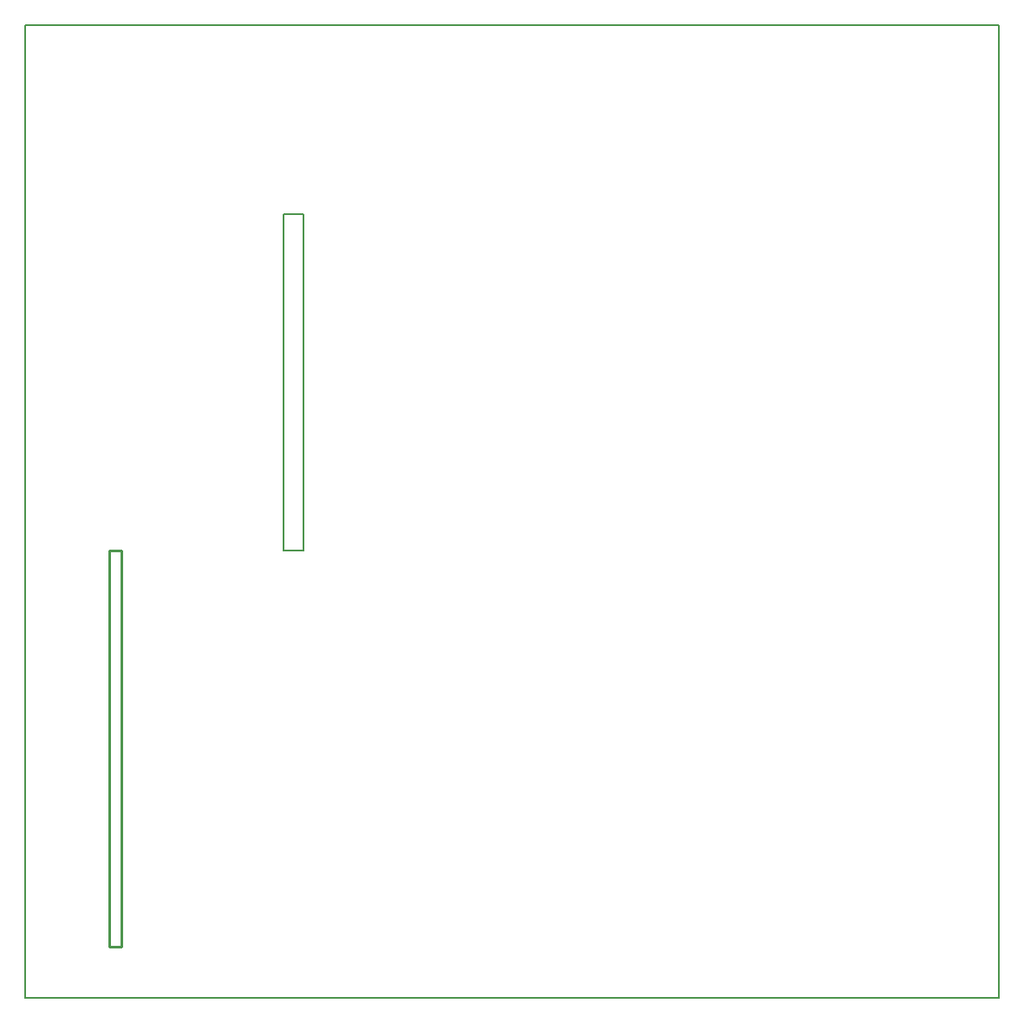
<source format=gko>
G04*
G04 #@! TF.GenerationSoftware,Altium Limited,Altium Designer,18.1.7 (191)*
G04*
G04 Layer_Color=16711935*
%FSLAX24Y24*%
%MOIN*%
G70*
G01*
G75*
%ADD11C,0.0100*%
%ADD13C,0.0079*%
D11*
X23376Y13337D02*
X23868D01*
Y28543D01*
X23376Y13337D02*
Y28543D01*
X23868D01*
D13*
X30866D02*
Y41486D01*
X30079D02*
X30866D01*
X30079Y28543D02*
Y41486D01*
Y28543D02*
X30866D01*
X20163Y11369D02*
Y48770D01*
Y11369D02*
X57589D01*
Y48770D01*
X20163D02*
X57589D01*
M02*

</source>
